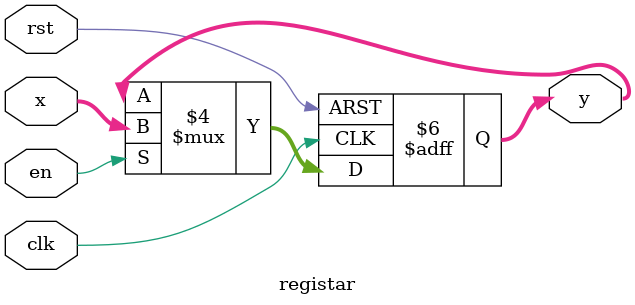
<source format=v>
module registar (
   clk,
   rst,
   en,
   x,
   y);
 
parameter N = 61;

input   clk; 
input   rst; 
input   en; 
input   signed [N - 1:0] x; 
output  signed [N - 1:0] y; 

reg     signed [N - 1:0] y; 


always @(posedge clk or posedge rst)
   begin
   if (rst == 1)
      begin
      y <= 0;   
      end
   else
      begin
      if (en == 1)
         begin
         y <= x;   
         end
      end
   end



endmodule


</source>
